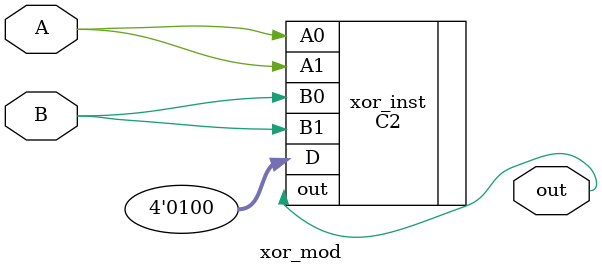
<source format=v>
module xor_mod (
    input wire A,
    input wire B,
    output wire out
);

    C2 xor_inst (
        .A0(A),
        .B0(B),
        .A1(A),
        .B1(B),
        .D(4'b0100),
        .out(out)
    );

endmodule
</source>
